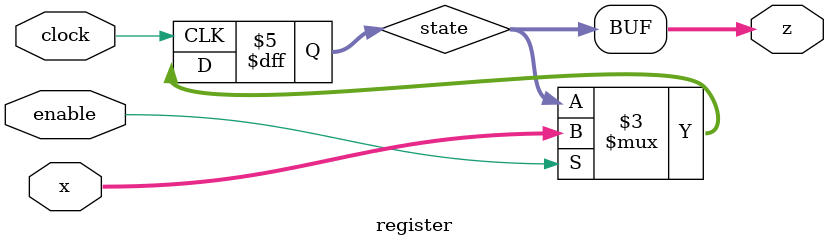
<source format=sv>
module register(output [1:N]z, input [1:N]x, input clock, input enable);
  parameter N = 2;

  reg [1:N]state;

  initial begin
    state = 0;
  end

  always @ (posedge clock) begin
    if(enable)
      state <= x;
  end

  assign z = state;

endmodule

</source>
